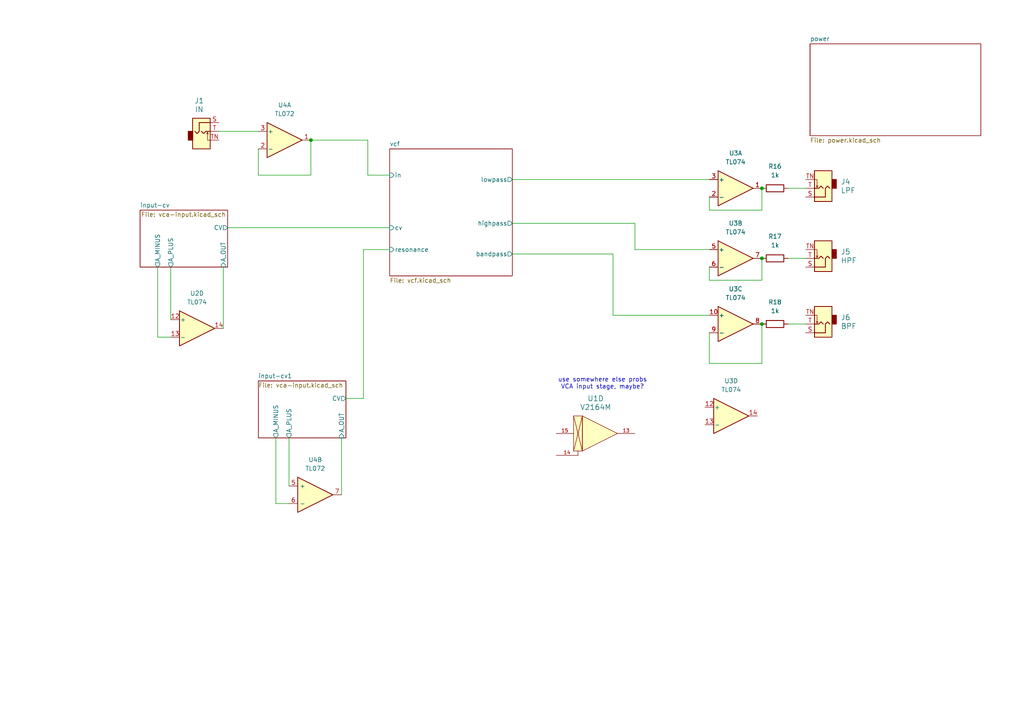
<source format=kicad_sch>
(kicad_sch (version 20231120) (generator "eeschema") (generator_version "8.0")
  (paper "A4")
  (lib_symbols
    (symbol "KitsBlips:3.5mm_Mono_Switched" (pin_names (offset 0) hide)
      (property "Reference" "J" (at -5.588 -6.35 0))
      (property "Value" "3.5mm_Mono_Switched" (at -1.27 7.112 0))
      (symbol "3.5mm_Mono_Switched_0_1"
        (rectangle (start -7.62 1.27) (end -8.89 -1.27) (stroke (width 0.254)) (fill (type outline)))
        (rectangle (start -7.62 5.08) (end -2.54 -3.81) (stroke (width 0.254)) (fill (type background)))
        (polyline (pts (xy -3.302 1.016) (xy -3.048 0.508)))
        (polyline (pts (xy -5.08 1.27) (xy -4.445 0.635) (xy -3.81 1.27) (xy -2.54 1.27)) (stroke (width 0.254)))
        (polyline (pts (xy -2.54 -1.27) (xy -3.302 -1.27) (xy -3.302 1.016) (xy -3.556 0.508)))
        (polyline (pts (xy -2.54 3.81) (xy -5.715 3.81) (xy -5.715 1.27) (xy -6.35 0.635) (xy -6.985 1.27)) (stroke (width 0.254)))
      )
      (symbol "3.5mm_Mono_Switched_1_1"
        (pin passive line (at 0 3.81 180) (length 2.54) (name "~") (number "S"))
        (pin passive line (at 0 1.27 180) (length 2.54) (name "~") (number "T"))
        (pin passive line (at 0 -1.27 180) (length 2.54) (name "~") (number "TN"))
      )
    )
    (symbol "KitsBlips:R" (pin_numbers hide) (pin_names (offset 0))
      (property "Reference" "R" (at 2.032 0 90))
      (property "Value" "R" (at 0 0 90))
      (symbol "R_0_1"
        (rectangle (start -1.016 -2.54) (end 1.016 2.54) (stroke (width 0.254)))
      )
      (symbol "R_1_1"
        (pin passive line (at 0 3.81 270) (length 1.27) (name "~") (number "1"))
        (pin passive line (at 0 -3.81 90) (length 1.27) (name "~") (number "2"))
      )
    )
    (symbol "KitsBlips:TL072" (pin_names (offset 0.127))
      (property "Reference" "U" (at 0 5.08 0))
      (property "Value" "TL072" (at 0 -5.08 0))
      (symbol "TL072_1_1"
        (polyline (pts (xy -5.08 5.08) (xy 5.08 0) (xy -5.08 -5.08) (xy -5.08 5.08)) (stroke (width 0.254)) (fill (type background)))
        (pin output line (at 7.62 0 180) (length 2.54) (name "~") (number "1"))
        (pin input line (at -7.62 -2.54 0) (length 2.54) (name "-") (number "2"))
        (pin input line (at -7.62 2.54 0) (length 2.54) (name "+") (number "3"))
      )
      (symbol "TL072_2_1"
        (polyline (pts (xy -5.08 5.08) (xy 5.08 0) (xy -5.08 -5.08) (xy -5.08 5.08)) (stroke (width 0.254)) (fill (type background)))
        (pin input line (at -7.62 2.54 0) (length 2.54) (name "+") (number "5"))
        (pin input line (at -7.62 -2.54 0) (length 2.54) (name "-") (number "6"))
        (pin output line (at 7.62 0 180) (length 2.54) (name "~") (number "7"))
      )
      (symbol "TL072_3_1"
        (pin power_in line (at -2.54 -7.62 90) (length 3.81) (name "V-") (number "4"))
        (pin power_in line (at -2.54 7.62 270) (length 3.81) (name "V+") (number "8"))
      )
    )
    (symbol "KitsBlips:TL074" (pin_names (offset 0.127))
      (property "Reference" "U" (at 0 5.08 0))
      (property "Value" "TL074" (at 0 -5.08 0))
      (symbol "TL074_1_1"
        (polyline (pts (xy -5.08 5.08) (xy 5.08 0) (xy -5.08 -5.08) (xy -5.08 5.08)) (stroke (width 0.254)) (fill (type background)))
        (pin output line (at 7.62 0 180) (length 2.54) (name "~") (number "1"))
        (pin input line (at -7.62 -2.54 0) (length 2.54) (name "-") (number "2"))
        (pin input line (at -7.62 2.54 0) (length 2.54) (name "+") (number "3"))
      )
      (symbol "TL074_2_1"
        (polyline (pts (xy -5.08 5.08) (xy 5.08 0) (xy -5.08 -5.08) (xy -5.08 5.08)) (stroke (width 0.254)) (fill (type background)))
        (pin input line (at -7.62 2.54 0) (length 2.54) (name "+") (number "5"))
        (pin input line (at -7.62 -2.54 0) (length 2.54) (name "-") (number "6"))
        (pin output line (at 7.62 0 180) (length 2.54) (name "~") (number "7"))
      )
      (symbol "TL074_3_1"
        (polyline (pts (xy -5.08 5.08) (xy 5.08 0) (xy -5.08 -5.08) (xy -5.08 5.08)) (stroke (width 0.254)) (fill (type background)))
        (pin input line (at -7.62 2.54 0) (length 2.54) (name "+") (number "10"))
        (pin output line (at 7.62 0 180) (length 2.54) (name "~") (number "8"))
        (pin input line (at -7.62 -2.54 0) (length 2.54) (name "-") (number "9"))
      )
      (symbol "TL074_4_1"
        (polyline (pts (xy -5.08 5.08) (xy 5.08 0) (xy -5.08 -5.08) (xy -5.08 5.08)) (stroke (width 0.254)) (fill (type background)))
        (pin input line (at -7.62 2.54 0) (length 2.54) (name "+") (number "12"))
        (pin input line (at -7.62 -2.54 0) (length 2.54) (name "-") (number "13"))
        (pin output line (at 7.62 0 180) (length 2.54) (name "~") (number "14"))
      )
      (symbol "TL074_5_1"
        (pin power_in line (at -2.54 -7.62 90) (length 3.81) (name "V-") (number "11"))
        (pin power_in line (at -2.54 7.62 270) (length 3.81) (name "V+") (number "4"))
      )
    )
    (symbol "PCM_4ms_IC:TL072"
      (property "Reference" "U" (at 2.54 5.08 0))
      (property "Value" "TL072" (at 2.54 -3.81 0))
      (symbol "TL072_1_1"
        (polyline (pts (xy -5.08 5.08) (xy 5.08 0) (xy -5.08 -5.08) (xy -5.08 5.08)) (stroke (width 0.254)) (fill (type background)))
        (pin output line (at 7.62 0 180) (length 2.54) (name "~") (number "1"))
        (pin input line (at -7.62 -2.54 0) (length 2.54) (name "-") (number "2"))
        (pin input line (at -7.62 2.54 0) (length 2.54) (name "+") (number "3"))
      )
      (symbol "TL072_2_1"
        (polyline (pts (xy -5.08 5.08) (xy 5.08 0) (xy -5.08 -5.08) (xy -5.08 5.08)) (stroke (width 0.254)) (fill (type background)))
        (pin input line (at -7.62 2.54 0) (length 2.54) (name "+") (number "5"))
        (pin input line (at -7.62 -2.54 0) (length 2.54) (name "-") (number "6"))
        (pin output line (at 7.62 0 180) (length 2.54) (name "~") (number "7"))
      )
      (symbol "TL072_3_1"
        (rectangle (start -2.54 3.81) (end 2.54 -3.81) (fill (type background)))
        (pin power_in line (at 0 -6.35 90) (length 2.54) (name "V-") (number "4"))
        (pin power_in line (at 0 6.35 270) (length 2.54) (name "V+") (number "8"))
      )
    )
    (symbol "PCM_4ms_IC:V2164M"
      (property "Reference" "U" (at 3.81 2.54 0))
      (property "Value" "V2164M" (at 5.08 -2.54 0))
      (symbol "V2164M_1_1"
        (rectangle (start -5.08 5.08) (end -7.62 -5.08) (fill (type background)))
        (polyline (pts (xy -7.62 -5.08) (xy -5.08 5.08)))
        (polyline (pts (xy -7.62 5.08) (xy -5.08 -5.08)))
        (polyline (pts (xy -6.35 -5.08) (xy -6.35 -6.35)))
        (polyline (pts (xy -5.08 5.08) (xy 5.08 0) (xy -5.08 -5.08) (xy -5.08 5.08)) (stroke (width 0.1524)) (fill (type background)))
        (pin input line (at -12.7 0 0) (length 5.08) (name "~") (number "2"))
        (pin input line (at -12.7 -6.35 0) (length 6.35) (name "~") (number "3"))
        (pin output line (at 10.16 0 180) (length 5.08) (name "~") (number "4"))
      )
      (symbol "V2164M_2_1"
        (rectangle (start -5.08 5.08) (end -7.62 -5.08) (fill (type background)))
        (polyline (pts (xy -7.62 -5.08) (xy -5.08 5.08)))
        (polyline (pts (xy -7.62 5.08) (xy -5.08 -5.08)))
        (polyline (pts (xy -6.35 -5.08) (xy -6.35 -6.35)))
        (polyline (pts (xy -5.08 5.08) (xy 5.08 0) (xy -5.08 -5.08) (xy -5.08 5.08)) (stroke (width 0.1524)) (fill (type background)))
        (pin output line (at 10.16 0 180) (length 5.08) (name "~") (number "5"))
        (pin input line (at -12.7 -6.35 0) (length 6.35) (name "~") (number "6"))
        (pin input line (at -12.7 0 0) (length 5.08) (name "~") (number "7"))
      )
      (symbol "V2164M_3_1"
        (rectangle (start -5.08 5.08) (end -7.62 -5.08) (fill (type background)))
        (polyline (pts (xy -7.62 -5.08) (xy -5.08 5.08)))
        (polyline (pts (xy -7.62 5.08) (xy -5.08 -5.08)))
        (polyline (pts (xy -6.35 -5.08) (xy -6.35 -6.35)))
        (polyline (pts (xy -5.08 5.08) (xy 5.08 0) (xy -5.08 -5.08) (xy -5.08 5.08)) (stroke (width 0.1524)) (fill (type background)))
        (pin input line (at -12.7 0 0) (length 5.08) (name "~") (number "10"))
        (pin input line (at -12.7 -6.35 0) (length 6.35) (name "~") (number "11"))
        (pin output line (at 10.16 0 180) (length 5.08) (name "~") (number "12"))
      )
      (symbol "V2164M_4_1"
        (rectangle (start -5.08 5.08) (end -7.62 -5.08) (fill (type background)))
        (polyline (pts (xy -7.62 -5.08) (xy -5.08 5.08)))
        (polyline (pts (xy -7.62 5.08) (xy -5.08 -5.08)))
        (polyline (pts (xy -6.35 -5.08) (xy -6.35 -6.35)))
        (polyline (pts (xy -5.08 5.08) (xy 5.08 0) (xy -5.08 -5.08) (xy -5.08 5.08)) (stroke (width 0.1524)) (fill (type background)))
        (pin output line (at 10.16 0 180) (length 5.08) (name "~") (number "13"))
        (pin input line (at -12.7 -6.35 0) (length 6.35) (name "~") (number "14"))
        (pin input line (at -12.7 0 0) (length 5.08) (name "~") (number "15"))
      )
      (symbol "V2164M_5_1"
        (rectangle (start 3.81 5.08) (end -3.81 -5.08) (fill (type background)))
        (pin power_in line (at 2.54 7.62 270) (length 2.54) (name "~") (number "1"))
        (pin power_in line (at -2.54 7.62 270) (length 2.54) (name "V+") (number "16"))
        (pin power_in line (at 2.54 -7.62 90) (length 2.54) (name "GND") (number "8"))
        (pin power_in line (at -2.54 -7.62 90) (length 2.54) (name "V-") (number "9"))
      )
    )
  )
  (junction (at 220.98 54.61))
  (junction (at 220.98 74.93))
  (junction (at 220.98 93.98))
  (junction (at 90.17 40.64))
  (wire (pts (xy 184.15 64.77) (xy 148.59 64.77)))
  (wire (pts (xy 228.6 93.98) (xy 233.68 93.98)))
  (wire (pts (xy 113.03 72.39) (xy 105.41 72.39)))
  (wire (pts (xy 106.68 40.64) (xy 106.68 50.8)))
  (wire (pts (xy 148.59 52.07) (xy 205.74 52.07)))
  (wire (pts (xy 228.6 54.61) (xy 233.68 54.61)))
  (wire (pts (xy 45.72 77.47) (xy 45.72 97.79)))
  (wire (pts (xy 64.77 77.47) (xy 64.77 95.25)))
  (wire (pts (xy 228.6 74.93) (xy 233.68 74.93)))
  (wire (pts (xy 205.74 72.39) (xy 184.15 72.39)))
  (wire (pts (xy 113.03 66.04) (xy 66.04 66.04)))
  (wire (pts (xy 205.74 81.28) (xy 220.98 81.28)))
  (wire (pts (xy 205.74 77.47) (xy 205.74 81.28)))
  (wire (pts (xy 63.5 38.1) (xy 74.93 38.1)))
  (wire (pts (xy 205.74 57.15) (xy 205.74 60.96)))
  (wire (pts (xy 220.98 105.41) (xy 220.98 93.98)))
  (wire (pts (xy 105.41 72.39) (xy 105.41 115.57)))
  (wire (pts (xy 99.06 127) (xy 99.06 143.51)))
  (wire (pts (xy 113.03 50.8) (xy 106.68 50.8)))
  (wire (pts (xy 184.15 72.39) (xy 184.15 64.77)))
  (wire (pts (xy 90.17 40.64) (xy 90.17 50.8)))
  (wire (pts (xy 220.98 81.28) (xy 220.98 74.93)))
  (wire (pts (xy 177.8 73.66) (xy 177.8 91.44)))
  (wire (pts (xy 177.8 91.44) (xy 205.74 91.44)))
  (wire (pts (xy 49.53 77.47) (xy 49.53 92.71)))
  (wire (pts (xy 90.17 40.64) (xy 106.68 40.64)))
  (wire (pts (xy 205.74 105.41) (xy 220.98 105.41)))
  (wire (pts (xy 74.93 43.18) (xy 74.93 50.8)))
  (wire (pts (xy 148.59 73.66) (xy 177.8 73.66)))
  (wire (pts (xy 49.53 97.79) (xy 45.72 97.79)))
  (wire (pts (xy 83.82 127) (xy 83.82 140.97)))
  (wire (pts (xy 205.74 96.52) (xy 205.74 105.41)))
  (wire (pts (xy 220.98 54.61) (xy 220.98 60.96)))
  (wire (pts (xy 205.74 60.96) (xy 220.98 60.96)))
  (wire (pts (xy 80.01 146.05) (xy 80.01 127)))
  (wire (pts (xy 74.93 50.8) (xy 90.17 50.8)))
  (wire (pts (xy 105.41 115.57) (xy 100.33 115.57)))
  (wire (pts (xy 83.82 146.05) (xy 80.01 146.05)))
  (text "use somewhere else probs\nVCA input stage, maybe?" (at 174.752 111.252 0) (effects (font (size 1.27 1.27))))
  (symbol (lib_id "KitsBlips:R") (at 224.79 74.93 90) (unit 1)
    (property "Reference" "R17" (at 224.79 68.58 90))
    (property "Value" "1k" (at 224.79 71.12 90))
    (property "Footprint" "PCM_4ms_Resistor:R_Axial_DIN0207_L6.3mm_D2.5mm_P7.62mm_Horizontal" (effects (hide yes)))
    (property "Description" "Resistor" (effects (hide yes)))
  )
  (symbol (lib_id "KitsBlips:3.5mm_Mono_Switched") (at 233.68 53.34 180) (unit 1)
    (property "Reference" "J4" (at 243.84 52.7049 0) (effects (font (size 1.524 1.524)) (justify right)))
    (property "Value" "LPF" (at 243.84 55.2449 0) (effects (font (size 1.524 1.524)) (justify right)))
    (property "Footprint" "Connector_Audio:Jack_3.5mm_QingPu_WQP-PJ398SM_Vertical_CircularHoles" (effects (hide yes)))
    (property "Description" "Audio 3.5mm Jack, mono, switched, PC-pin Vertical" (effects (hide yes)))
    (property "Specifications" "Audio 3.5mm Jack, mono, switched, PC-pin Vertical" (effects (hide yes)))
    (property "Manufacturer" "Wenzhou QingPu Electronics Co" (effects (hide yes)))
    (property "Part Number" "WQP-WQP518MA" (effects (hide yes)))
  )
  (symbol (lib_id "KitsBlips:TL074") (at 212.09 120.65 0) (unit 4)
    (property "Reference" "U3" (at 212.09 110.49 0))
    (property "Value" "TL074" (at 212.09 113.03 0))
    (property "Footprint" "Package_DIP:DIP-14_W7.62mm_Socket" (effects (hide yes)))
    (property "Datasheet" "http://www.ti.com/lit/ds/symlink/tl071.pdf" (effects (hide yes)))
    (property "Description" "Quad Low-Noise JFET-Input Operational Amplifiers, DIP-14/SOIC-14" (effects (hide yes)))
  )
  (symbol (lib_id "KitsBlips:TL072") (at 82.55 40.64 0) (unit 1)
    (property "Reference" "U4" (at 82.55 30.48 0))
    (property "Value" "TL072" (at 82.55 33.02 0))
    (property "Footprint" "Package_DIP:DIP-8_W7.62mm_Socket" (effects (hide yes)))
    (property "Datasheet" "http://www.ti.com/lit/ds/symlink/tl071.pdf" (effects (hide yes)))
    (property "Description" "Dual Low-Noise JFET-Input Operational Amplifiers, DIP-8/SOIC-8" (effects (hide yes)))
  )
  (symbol (lib_id "KitsBlips:TL074") (at 213.36 74.93 0) (unit 2)
    (property "Reference" "U3" (at 213.36 64.77 0))
    (property "Value" "TL074" (at 213.36 67.31 0))
    (property "Footprint" "Package_DIP:DIP-14_W7.62mm_Socket" (effects (hide yes)))
    (property "Datasheet" "http://www.ti.com/lit/ds/symlink/tl071.pdf" (effects (hide yes)))
    (property "Description" "Quad Low-Noise JFET-Input Operational Amplifiers, DIP-14/SOIC-14" (effects (hide yes)))
  )
  (symbol (lib_id "KitsBlips:TL074") (at 57.15 95.25 0) (unit 4)
    (property "Reference" "U2" (at 57.15 85.09 0))
    (property "Value" "TL074" (at 57.15 87.63 0))
    (property "Footprint" "Package_DIP:DIP-14_W7.62mm_Socket" (effects (hide yes)))
    (property "Datasheet" "http://www.ti.com/lit/ds/symlink/tl071.pdf" (effects (hide yes)))
    (property "Description" "Quad Low-Noise JFET-Input Operational Amplifiers, DIP-14/SOIC-14" (effects (hide yes)))
  )
  (symbol (lib_id "KitsBlips:TL074") (at 213.36 93.98 0) (unit 3)
    (property "Reference" "U3" (at 213.36 83.82 0))
    (property "Value" "TL074" (at 213.36 86.36 0))
    (property "Footprint" "Package_DIP:DIP-14_W7.62mm_Socket" (effects (hide yes)))
    (property "Datasheet" "http://www.ti.com/lit/ds/symlink/tl071.pdf" (effects (hide yes)))
    (property "Description" "Quad Low-Noise JFET-Input Operational Amplifiers, DIP-14/SOIC-14" (effects (hide yes)))
  )
  (symbol (lib_id "KitsBlips:3.5mm_Mono_Switched") (at 233.68 92.71 180) (unit 1)
    (property "Reference" "J6" (at 243.84 92.0749 0) (effects (font (size 1.524 1.524)) (justify right)))
    (property "Value" "BPF" (at 243.84 94.6149 0) (effects (font (size 1.524 1.524)) (justify right)))
    (property "Footprint" "Connector_Audio:Jack_3.5mm_QingPu_WQP-PJ398SM_Vertical_CircularHoles" (effects (hide yes)))
    (property "Description" "Audio 3.5mm Jack, mono, switched, PC-pin Vertical" (effects (hide yes)))
    (property "Specifications" "Audio 3.5mm Jack, mono, switched, PC-pin Vertical" (effects (hide yes)))
    (property "Manufacturer" "Wenzhou QingPu Electronics Co" (effects (hide yes)))
    (property "Part Number" "WQP-WQP518MA" (effects (hide yes)))
  )
  (symbol (lib_id "KitsBlips:3.5mm_Mono_Switched") (at 233.68 73.66 180) (unit 1)
    (property "Reference" "J5" (at 243.84 73.0249 0) (effects (font (size 1.524 1.524)) (justify right)))
    (property "Value" "HPF" (at 243.84 75.5649 0) (effects (font (size 1.524 1.524)) (justify right)))
    (property "Footprint" "Connector_Audio:Jack_3.5mm_QingPu_WQP-PJ398SM_Vertical_CircularHoles" (effects (hide yes)))
    (property "Description" "Audio 3.5mm Jack, mono, switched, PC-pin Vertical" (effects (hide yes)))
    (property "Specifications" "Audio 3.5mm Jack, mono, switched, PC-pin Vertical" (effects (hide yes)))
    (property "Manufacturer" "Wenzhou QingPu Electronics Co" (effects (hide yes)))
    (property "Part Number" "WQP-WQP518MA" (effects (hide yes)))
  )
  (symbol (lib_id "PCM_4ms_IC:V2164M") (at 173.99 125.73 0) (unit 4)
    (property "Reference" "U1" (at 172.7581 115.57 0) (effects (font (size 1.524 1.524))))
    (property "Value" "V2164M" (at 172.7581 118.11 0) (effects (font (size 1.524 1.524))))
    (property "Footprint" "Package_DIP:DIP-16_W7.62mm_Socket" (effects (hide yes)))
    (property "Datasheet" "https://www.coolaudio.com/docs/COOLAUDIO_V2164MD_DATASHEET.pdf" (effects (hide yes)))
    (property "Description" "V2164 Quad VCA" (effects (hide yes)))
  )
  (symbol (lib_id "KitsBlips:R") (at 224.79 54.61 90) (unit 1)
    (property "Reference" "R16" (at 224.79 48.26 90))
    (property "Value" "1k" (at 224.79 50.8 90))
    (property "Footprint" "PCM_4ms_Resistor:R_Axial_DIN0207_L6.3mm_D2.5mm_P7.62mm_Horizontal" (effects (hide yes)))
    (property "Description" "Resistor" (effects (hide yes)))
  )
  (symbol (lib_id "KitsBlips:3.5mm_Mono_Switched") (at 63.5 39.37 0) (unit 1)
    (property "Reference" "J1" (at 57.785 29.21 0) (effects (font (size 1.524 1.524))))
    (property "Value" "IN" (at 57.785 31.75 0) (effects (font (size 1.524 1.524))))
    (property "Footprint" "Connector_Audio:Jack_3.5mm_QingPu_WQP-PJ398SM_Vertical_CircularHoles" (effects (hide yes)))
    (property "Description" "Audio 3.5mm Jack, mono, switched, PC-pin Vertical" (effects (hide yes)))
    (property "Specifications" "Audio 3.5mm Jack, mono, switched, PC-pin Vertical" (effects (hide yes)))
    (property "Manufacturer" "Wenzhou QingPu Electronics Co" (effects (hide yes)))
    (property "Part Number" "WQP-WQP518MA" (effects (hide yes)))
  )
  (symbol (lib_id "KitsBlips:R") (at 224.79 93.98 90) (unit 1)
    (property "Reference" "R18" (at 224.79 87.63 90))
    (property "Value" "1k" (at 224.79 90.17 90))
    (property "Footprint" "PCM_4ms_Resistor:R_Axial_DIN0207_L6.3mm_D2.5mm_P7.62mm_Horizontal" (effects (hide yes)))
    (property "Description" "Resistor" (effects (hide yes)))
  )
  (symbol (lib_id "PCM_4ms_IC:TL072") (at 91.44 143.51 0) (unit 2)
    (property "Reference" "U4" (at 91.44 133.35 0))
    (property "Value" "TL072" (at 91.44 135.89 0))
    (property "Footprint" "Package_DIP:DIP-8_W7.62mm_Socket" (effects (hide yes)))
    (property "Description" "TL072 Dual Opamp TSSOP-8" (effects (hide yes)))
    (property "Specifications" "TL072 Dual Opamp" (effects (hide yes)))
    (property "JLCPCB ID" "C90748" (effects (hide yes)))
  )
  (symbol (lib_id "KitsBlips:TL074") (at 213.36 54.61 0) (unit 1)
    (property "Reference" "U3" (at 213.36 44.45 0))
    (property "Value" "TL074" (at 213.36 46.99 0))
    (property "Footprint" "Package_DIP:DIP-14_W7.62mm_Socket" (effects (hide yes)))
    (property "Datasheet" "http://www.ti.com/lit/ds/symlink/tl071.pdf" (effects (hide yes)))
    (property "Description" "Quad Low-Noise JFET-Input Operational Amplifiers, DIP-14/SOIC-14" (effects (hide yes)))
  )
  (sheet (at 113.03 43.18) (size 35.56 36.83) (stroke (width 0.1524))
    (property "Sheetname" "vcf" (at 113.03 42.4684 0) (effects (justify left bottom)))
    (property "Sheetfile" "vcf.kicad_sch" (at 113.03 80.5946 0) (effects (justify left top)))
    (pin "highpass" output (at 148.59 64.77 0))
    (pin "in" input (at 113.03 50.8 180))
    (pin "lowpass" output (at 148.59 52.07 0))
    (pin "bandpass" output (at 148.59 73.66 0))
    (pin "cv" input (at 113.03 66.04 180))
    (pin "resonance " input (at 113.03 72.39 180))
  )
  (sheet (at 74.93 110.49) (size 25.4 16.51) (stroke (width 0.1524))
    (property "Sheetname" "input-cv1" (at 74.93 109.7784 0) (effects (justify left bottom)))
    (property "Sheetfile" "vca-input.kicad_sch" (at 74.93 110.998 0) (effects (justify left top)))
    (pin "CV" output (at 100.33 115.57 0))
    (pin "A_PLUS" output (at 83.82 127 270))
    (pin "A_MINUS" output (at 80.01 127 270))
    (pin "A_OUT" input (at 99.06 127 270))
  )
  (sheet (at 40.64 60.96) (size 25.4 16.51) (stroke (width 0.1524))
    (property "Sheetname" "input-cv" (at 40.64 60.2484 0) (effects (justify left bottom)))
    (property "Sheetfile" "vca-input.kicad_sch" (at 40.894 61.468 0) (effects (justify left top)))
    (pin "CV" output (at 66.04 66.04 0))
    (pin "A_PLUS" output (at 49.53 77.47 270))
    (pin "A_MINUS" output (at 45.72 77.47 270))
    (pin "A_OUT" input (at 64.77 77.47 270))
  )
  (sheet (at 234.95 12.7) (size 49.53 26.67) (stroke (width 0.1524))
    (property "Sheetname" "power" (at 234.95 11.9884 0) (effects (justify left bottom)))
    (property "Sheetfile" "power.kicad_sch" (at 234.95 39.9546 0) (effects (justify left top)))
  )
)
</source>
